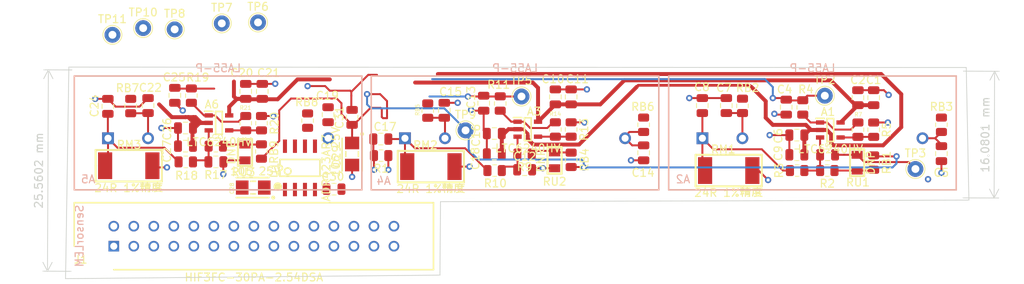
<source format=kicad_pcb>
(kicad_pcb (version 20221018) (generator pcbnew)
  (layers (0 "F.Cu" signal) (1 "In1.Cu" signal) (2 "In2.Cu" signal) (31 "B.Cu" signal) (34 "B.Paste" user) (35 "F.Paste" user) (36 "B.SilkS" user "B.Silkscreen") (37 "F.SilkS" user "F.Silkscreen") (38 "B.Mask" user) (39 "F.Mask" user) (44 "Edge.Cuts" user))
  (net 0 "")
  (net 1 "A+5V")
  (net 2 "Net-(A1--IN)")
  (net 3 "Net-(A1-+IN)")
  (net 4 "A-5V")
  (net 5 "Net-(A1-out)")
  (net 6 "Net-(A2-POS)")
  (net 7 "Net-(A2-NEG)")
  (net 8 "/CSO1")
  (net 9 "Net-(A3--IN)")
  (net 10 "Net-(A3-+IN)")
  (net 11 "Net-(A3-out)")
  (net 12 "Net-(A4-POS)")
  (net 13 "Net-(A4-NEG)")
  (net 14 "/CSO2")
  (net 15 "Net-(A5-POS)")
  (net 16 "Net-(A5-NEG)")
  (net 17 "/CSO3")
  (net 18 "Net-(A6--IN)")
  (net 19 "Net-(A6-+IN)")
  (net 20 "Net-(A6-out)")
  (net 21 "AGND")
  (net 22 "/VSO1")
  (net 23 "12VGND")
  (net 24 "/VSO2")
  (net 25 "/VSO3")
  (net 26 "REF_3V")
  (net 27 "+12")
  (net 28 "-12")
  (net 29 "Net-(R2-Pad1)")
  (net 30 "Net-(R9-Pad1)")
  (net 31 "Net-(R17-Pad1)")
  (footprint "TestPoint:TestPoint_THTPad_D2.0mm_Drill1.0mm" (layer "F.Cu") (at 154.15 98.34)
    (fp_text reference "TP9")
    (fp_text value "TP-黄色测试点")
  )
  (footprint "Capacitor_SMD:C_0805_2012Metric" (layer "F.Cu") (at 187.25 95.19 90)
    (fp_text reference "C7")
    (fp_text value "47nf")
  )
  (footprint "Capacitor_SMD:C_0805_2012Metric" (layer "F.Cu") (at 194.85 95.39 90)
    (fp_text reference "C4")
    (fp_text value "103")
  )
  (footprint "Resistor_SMD:R_0805_2012Metric" (layer "F.Cu") (at 167.55 102.0775 90)
    (fp_text reference "RB4")
    (fp_text value "0R")
  )
  (footprint "Resistor_SMD:R_0805_2012Metric" (layer "F.Cu") (at 119.35 93.9275 -90)
    (fp_text reference "R19")
    (fp_text value "470R")
  )
  (footprint "Resistor_SMD:R_0805_2012Metric" (layer "F.Cu") (at 128.25 97.4275 -90)
    (fp_text reference "R20")
    (fp_text value "20k")
  )
  (footprint "Capacitor_SMD:C_0805_2012Metric" (layer "F.Cu") (at 126.25 93.39 -90)
    (fp_text reference "C20")
    (fp_text value "105")
  )
  (footprint "Resistor_SMD:R_0805_2012Metric" (layer "F.Cu") (at 128.24 101.0225 90)
    (fp_text reference "RB9")
    (fp_text value "0R")
  )
  (footprint "Resistor_SMD:R_0805_2012Metric" (layer "F.Cu") (at 158.55 94.9275 -90)
    (fp_text reference "R11")
    (fp_text value "470R")
  )
  (footprint "Capacitor_SMD:C_0805_2012Metric" (layer "F.Cu") (at 136.7 96.35 -90)
    (fp_text reference "C19")
    (fp_text value "47nf")
  )
  (footprint "Capacitor_SMD:C_0805_2012Metric" (layer "F.Cu") (at 200.1 101.44)
    (fp_text reference "C3")
    (fp_text value "101")
  )
  (footprint "TestPoint:TestPoint_THTPad_D2.0mm_Drill1.0mm" (layer "F.Cu") (at 161.25 94.04)
    (fp_text reference "TP5")
    (fp_text value "TP-黄色测试点")
  )
  (footprint "Oshinoko:1206 (钽电容)" (layer "F.Cu") (at 128.6 105.6 180)
    (fp_text reference "C28")
    (fp_text value "106 25V")
  )
  (footprint "Resistor_SMD:R_0805_2012Metric" (layer "F.Cu") (at 111.65 95.2525 90)
    (fp_text reference "RB7")
    (fp_text value "0R")
  )
  (footprint "Capacitor_SMD:C_0805_2012Metric" (layer "F.Cu") (at 165.55 94.09 -90)
    (fp_text reference "C10")
    (fp_text value "105")
  )
  (footprint "Capacitor_SMD:C_0805_2012Metric" (layer "F.Cu") (at 137.45 105.8 180)
    (fp_text reference "C30")
    (fp_text value "104")
  )
  (footprint "TestPoint:TestPoint_THTPad_D2.0mm_Drill1.0mm" (layer "F.Cu") (at 199.75 93.94)
    (fp_text reference "TP2")
    (fp_text value "TP-黄色测试点")
  )
  (footprint "Capacitor_SMD:C_0805_2012Metric" (layer "F.Cu") (at 118.6 98.04)
    (fp_text reference "C26")
    (fp_text value "103")
  )
  (footprint "Resistor_SMD:R_0805_2012Metric" (layer "F.Cu") (at 214.55 97.6275 -90)
    (fp_text reference "RB3")
    (fp_text value "0R")
  )
  (footprint "Oshinoko:SOT95P280X100-5N" (layer "F.Cu") (at 162.05 98.19)
    (fp_text reference "A3")
    (fp_text value "LTC6240HV")
  )
  (footprint "Resistor_SMD:R_0805_2012Metric" (layer "F.Cu") (at 143.4375 101.54 180)
    (fp_text reference "R1")
    (fp_text value "DNP")
  )
  (footprint "Resistor_SMD:R_0805_2012Metric" (layer "F.Cu") (at 167.55 98.2275 -90)
    (fp_text reference "R13")
    (fp_text value "20k")
  )
  (footprint "Capacitor_SMD:C_0805_2012Metric" (layer "F.Cu") (at 196.2 98.94)
    (fp_text reference "C6")
    (fp_text value "103")
  )
  (footprint "Capacitor_SMD:C_0805_2012Metric" (layer "F.Cu") (at 128.35 93.39 -90)
    (fp_text reference "C21")
    (fp_text value "103")
  )
  (footprint "Capacitor_SMD:C_0805_2012Metric" (layer "F.Cu") (at 161.65 103.34)
    (fp_text reference "C12")
    (fp_text value "101")
  )
  (footprint "Capacitor_SMD:C_0805_2012Metric" (layer "F.Cu") (at 157.8 101.34)
    (fp_text reference "C18")
    (fp_text value "105")
  )
  (footprint "TestPoint:TestPoint_THTPad_D2.0mm_Drill1.0mm" (layer "F.Cu") (at 109.33 86.21)
    (fp_text reference "TP11")
    (fp_text value "TP-黄色测试点")
  )
  (footprint "Resistor_SMD:R_0805_2012Metric" (layer "F.Cu") (at 196.95 95.4275 -90)
    (fp_text reference "R4")
    (fp_text value "470R")
  )
  (footprint "Oshinoko:1206 (钽电容)" (layer "F.Cu") (at 139.75 99.94 -90)
    (fp_text reference "C29")
    (fp_text value "106 25V")
  )
  (footprint "Capacitor_SMD:C_0805_2012Metric" (layer "F.Cu") (at 151.45 95.79 90)
    (fp_text reference "C15")
    (fp_text value "47nf")
  )
  (footprint "Capacitor_SMD:C_0805_2012Metric" (layer "F.Cu") (at 203.95 94.19 -90)
    (fp_text reference "C2")
    (fp_text value "103")
  )
  (footprint "Resistor_SMD:R_0805_2012Metric" (layer "F.Cu") (at 157.8375 103.44)
    (fp_text reference "R10")
    (fp_text value "10k")
  )
  (footprint "Resistor_SMD:R_0805_2012Metric" (layer "F.Cu") (at 200.0625 103.44 180)
    (fp_text reference "R2")
    (fp_text value "20k")
  )
  (footprint "Resistor_SMD:R_0805_2012Metric" (layer "F.Cu") (at 176.75 97.6275 -90)
    (fp_text reference "RB6")
    (fp_text value "0R")
  )
  (footprint "Oshinoko:0805" (layer "F.Cu") (at 165.45 102.14 -90)
    (fp_text reference "RU2")
    (fp_text value "DNP")
  )
  (footprint "TestPoint:TestPoint_THTPad_D2.0mm_Drill1.0mm" (layer "F.Cu") (at 211.25 103.24)
    (fp_text reference "TP3")
    (fp_text value "TP-黄色测试点")
  )
  (footprint "Capacitor_SMD:C_0805_2012Metric" (layer "F.Cu") (at 139.75 96.69 -90)
    (fp_text reference "C31")
    (fp_text value "104")
  )
  (footprint "Capacitor_SMD:C_0805_2012Metric" (layer "F.Cu") (at 122.46 102.34)
    (fp_text reference "C23")
    (fp_text value "101")
  )
  (footprint "TestPoint:TestPoint_THTPad_D2.0mm_Drill1.0mm" (layer "F.Cu") (at 127.81 84.64)
    (fp_text reference "TP6")
    (fp_text value "TP-黄色测试点")
  )
  (footprint "Oshinoko:SOT95P280X100-5N" (layer "F.Cu") (at 200.45 98.29)
    (fp_text reference "A1")
    (fp_text value "LTC6240HV")
  )
  (footprint "Resistor_SMD:R_0805_2012Metric" (layer "F.Cu") (at 126.25 97.4275 -90)
    (fp_text reference "R21")
    (fp_text value "10k")
  )
  (footprint "Oshinoko:2512" (layer "F.Cu") (at 149.6534 102.6164)
    (fp_text reference "RM2")
    (fp_text value "24R 1%精度")
  )
  (footprint "Capacitor_SMD:C_0805_2012Metric" (layer "F.Cu") (at 184.2 95.19 90)
    (fp_text reference "C8")
    (fp_text value "4.7uF")
  )
  (footprint "Capacitor_SMD:C_0805_2012Metric" (layer "F.Cu") (at 167.55 94.09 -90)
    (fp_text reference "C11")
    (fp_text value "103")
  )
  (footprint "Oshinoko:0805" (layer "F.Cu") (at 126.15 101.14 -90)
    (fp_text reference "RU3")
    (fp_text value "DNP")
  )
  (footprint "Resistor_SMD:R_0805_2012Metric" (layer "F.Cu") (at 205.95 102.4275 -90)
    (fp_text reference "RB1")
    (fp_text value "0R")
  )
  (footprint "Resistor_SMD:R_0805_2012Metric" (layer "F.Cu") (at 165.55 98.2275 -90)
    (fp_text reference "R14")
    (fp_text value "10k")
  )
  (footprint "Capacitor_SMD:C_0805_2012Metric" (layer "F.Cu") (at 196.2 101.44)
    (fp_text reference "C9")
    (fp_text value "105")
  )
  (footprint "Oshinoko:0805" (layer "F.Cu") (at 203.85 102.44 90)
    (fp_text reference "RU1")
    (fp_text value "DNP")
  )
  (footprint "Oshinoko:SOT95P280X100-5N" (layer "F.Cu") (at 122.85 97.39)
    (fp_text reference "A6")
    (fp_text value "LTC6240HV")
  )
  (footprint "Resistor_SMD:R_0805_2012Metric" (layer "F.Cu") (at 205.95 98.2525 -90)
    (fp_text reference "R5")
    (fp_text value "20k")
  )
  (footprint "TestPoint:TestPoint_THTPad_D2.0mm_Drill1.0mm" (layer "F.Cu") (at 123.21 84.76)
    (fp_text reference "TP7")
    (fp_text value "TP-黄色测试点")
  )
  (footprint "Resistor_SMD:R_0805_2012Metric" (layer "F.Cu") (at 118.6375 102.34)
    (fp_text reference "R18")
    (fp_text value "10k")
  )
  (footprint "Capacitor_SMD:C_0805_2012Metric" (layer "F.Cu") (at 214.55 101.29 90)
    (fp_text reference "C5")
    (fp_text value "47nf")
  )
  (footprint "Resistor_SMD:R_0805_2012Metric" (layer "F.Cu") (at 134.1 97.1 -90)
    (fp_text reference "RB8")
    (fp_text value "0R")
  )
  (footprint "Resistor_SMD:R_0805_2012Metric" (layer "F.Cu") (at 196.2375 103.44)
    (fp_text reference "R3")
    (fp_text value "10k")
  )
  (footprint "Capacitor_SMD:C_0805_2012Metric" (layer "F.Cu") (at 156.45 94.89 90)
    (fp_text reference "C13")
    (fp_text value "103")
  )
  (footprint "Oshinoko:2512" (layer "F.Cu") (at 187.4534 103.1164)
    (fp_text reference "RM1")
    (fp_text value "24R 1%精度")
  )
  (footprint "Capacitor_SMD:C_0805_2012Metric" (layer "F.Cu") (at 157.8 98.74)
    (fp_text reference "C16")
    (fp_text value "103")
  )
  (footprint "Resistor_SMD:R_0805_2012Metric" (layer "F.Cu") (at 122.45 100.34 180)
    (fp_text reference "R17")
    (fp_text value "20k")
  )
  (footprint "Oshinoko:2512" (layer "F.Cu") (at 111.3034 102.5064)
    (fp_text reference "RM3")
    (fp_text value "24R 1%精度")
  )
  (footprint "Oshinoko:SOIC-8" (layer "F.Cu") (at 131.225745 105.85 90)
    (fp_text reference "U1")
    (fp_text value "ADR423ARZ")
  )
  (footprint "Resistor_SMD:R_0805_2012Metric" (layer "F.Cu") (at 203.95 98.2525 -90)
    (fp_text reference "R7")
    (fp_text value "10k")
  )
  (footprint "Capacitor_SMD:C_0805_2012Metric" (layer "F.Cu") (at 143.4 99.44 180)
    (fp_text reference "C17")
    (fp_text value "4.7uF")
  )
  (footprint "Resistor_SMD:R_0805_2012Metric" (layer "F.Cu") (at 161.6375 101.34 180)
    (fp_text reference "R9")
    (fp_text value "20k")
  )
  (footprint "Capacitor_SMD:C_0805_2012Metric" (layer "F.Cu") (at 176.75 101.19 90)
    (fp_text reference "C14")
    (fp_text value "47nf")
  )
  (footprint "Capacitor_SMD:C_0805_2012Metric" (layer "F.Cu") (at 113.85 95.19 90)
    (fp_text reference "C22")
    (fp_text value "47nf")
  )
  (footprint "Resistor_SMD:R_0805_2012Metric" (layer "F.Cu") (at 149.35 95.8275 90)
    (fp_text reference "RB5")
    (fp_text value "0R")
  )
  (footprint "TestPoint:TestPoint_THTPad_D2.0mm_Drill1.0mm" (layer "F.Cu") (at 113.23 85.36)
    (fp_text reference "TP10")
    (fp_text value "TP-黄色测试点")
  )
  (footprint "Capacitor_SMD:C_0805_2012Metric" (layer "F.Cu") (at 205.95 94.19 -90)
    (fp_text reference "C1")
    (fp_text value "105")
  )
  (footprint "Capacitor_SMD:C_0805_2012Metric" (layer "F.Cu") (at 117.25 93.89 90)
    (fp_text reference "C25")
    (fp_text value "103")
  )
  (footprint "Capacitor_SMD:C_0805_2012Metric" (layer "F.Cu") (at 118.6 100.34)
    (fp_text reference "C27")
    (fp_text value "105")
  )
  (footprint "Resistor_SMD:R_0805_2012Metric" (layer "F.Cu") (at 189.3 95.2275 90)
    (fp_text reference "RB2")
    (fp_text value "0R")
  )
  (footprint "TestPoint:TestPoint_THTPad_D2.0mm_Drill1.0mm" (layer "F.Cu") (at 117.23 85.52)
    (fp_text reference "TP8")
    (fp_text value "TP-黄色测试点")
  )
  (footprint "Capacitor_SMD:C_0805_2012Metric" (layer "F.Cu") (at 108.75 95.29 90)
    (fp_text reference "C24")
    (fp_text value "4.7uF")
  )
  (footprint "Oshinoko:SHDR30W50P254_2X15_4560X850X1200P" (layer "F.Cu") (at 109.5 113.04)
    (fp_text reference "J1")
    (fp_text value "HIF3FC-30PA-2.54DSA")
  )
  (footprint "Oshinoko:XDCR_LA55-P" (layer "B.Cu") (at 160.43 98.665)
    (fp_text reference "A4")
    (fp_text value "LA55-P")
  )
  (footprint "Oshinoko:XDCR_LA55-P" (layer "B.Cu") (at 122.74 98.665)
    (fp_text reference "A5")
    (fp_text value "LA55-P")
  )
  (footprint "Oshinoko:XDCR_LA55-P" (layer "B.Cu") (at 198.18 98.665)
    (fp_text reference "A2")
    (fp_text value "LA55-P")
  )
  (gr_line (start 103.38 117.16) (end 103.8 90.31) (stroke (width 0.1)) (layer "Edge.Cuts"))
  (gr_line (start 217.7 90.36) (end 218.04 107.19) (stroke (width 0.1)) (layer "Edge.Cuts"))
  (gr_line (start 103.8 90.31) (end 217.7 90.36) (stroke (width 0.1)) (layer "Edge.Cuts"))
  (gr_line (start 218.04 107.19) (end 150.97 107.39) (stroke (width 0.1)) (layer "Edge.Cuts"))
  (gr_line (start 150.97 107.39) (end 150.9 116.71) (stroke (width 0.1)) (layer "Edge.Cuts"))
  (gr_line (start 150.9 116.71) (end 103.38 117.16) (stroke (width 0.1)) (layer "Edge.Cuts"))
  (gr_text "SensorLEM" (at 105.73 107.69 90) (layer "B.SilkS") (effects (font (size 1 1)) (justify left bottom mirror)))
  (dimension (type aligned) (layer "Edge.Cuts") (pts (xy 104.58 116.23) (xy 104.69 90.67)) (height -3.491656) (gr_text "25.5602 mm" (at 99.993387 103.430024 89.75342344) (layer "Edge.Cuts") (effects (font (size 1 1) (thickness 0.15)))) (format (prefix "") (suffix "") (units 3) (units_format 1) (precision 4)) (style (thickness 0.1) (arrow_length 1.27) (text_position_mode 0) (extension_height 0.58642) (extension_offset 0.5) keep_text_aligned))
  (dimension (type aligned) (layer "Edge.Cuts") (pts (xy 216.844032 90.823373) (xy 216.784032 106.903373)) (height -4.455999) (gr_text "16.0801 mm" (at 220.120008 98.875709 89.78621077) (layer "Edge.Cuts") (effects (font (size 1 1) (thickness 0.15)))) (format (prefix "") (suffix "") (units 3) (units_format 1) (precision 4)) (style (thickness 0.1) (arrow_length 1.27) (text_position_mode 0) (extension_height 0.58642) (extension_offset 0.5) keep_text_aligned))
  (segment (start 174.3 91.99) (end 200.5 91.99) (width 0.5) (layer "F.Cu") (net 1))
  (segment (start 163.35 92.94) (end 163.35 97.24) (width 0.5) (layer "F.Cu") (net 1))
  (segment (start 132.82 91.87) (end 136.92 91.87) (width 0.5) (layer "F.Cu") (net 1))
  (segment (start 167.55 95.04) (end 171.25 95.04) (width 0.5) (layer "F.Cu") (net 1))
  (segment (start 126.26 94.39) (end 130.3 94.39) (width 0.5) (layer "F.Cu") (net 1))
  (segment (start 147.749255 92.27) (end 162.68 92.27) (width 0.5) (layer "F.Cu") (net 1))
  (segment (start 130.3 94.39) (end 132.82 91.87) (width 0.5) (layer "F.Cu") (net 1))
  (segment (start 124.15 96.44) (end 124.15 95.34) (width 0.5) (layer "F.Cu") (net 1))
  (segment (start 203.8 95.29) (end 201.75 97.34) (width 0.5) (layer "F.Cu") (net 1))
  (segment (start 162.68 92.27) (end 163.35 92.94) (width 0.5) (layer "F.Cu") (net 1))
  (segment (start 125.15 94.34) (end 126.25 94.34) (width 0.5) (layer "F.Cu") (net 1))
  (segment (start 125.05 94.34) (end 126.25 94.34) (width 0.5) (layer "F.Cu") (net 1))
  (segment (start 203.95 95.14) (end 205.95 95.14) (width 0.5) (layer "F.Cu") (net 1))
  (segment (start 200.5 91.99) (end 203.8 95.29) (width 0.5) (layer "F.Cu") (net 1))
  (segment (start 165.55 95.04) (end 167.55 95.04) (width 0.5) (layer "F.Cu") (net 1))
  (segment (start 124.15 95.34) (end 125.15 94.34) (width 0.5) (layer "F.Cu") (net 1))
  (segment (start 171.25 95.04) (end 174.3 91.99) (width 0.5) (layer "F.Cu") (net 1))
  (segment (start 124.75 92.14) (end 124.75 94.04) (width 0.5) (layer "F.Cu") (net 1))
  (segment (start 124.75 94.04) (end 125.05 94.34) (width 0.5) (layer "F.Cu") (net 1))
  (segment (start 165.55 95.04) (end 163.35 97.24) (width 0.5) (layer "F.Cu") (net 1))
  (segment (start 201.75 99.24) (end 203.875 99.24) (width 0.25) (layer "F.Cu") (net 2))
  (segment (start 203.875 99.24) (end 203.95 99.165) (width 0.25) (layer "F.Cu") (net 2))
  (segment (start 203.95 99.165) (end 205.95 99.165) (width 0.25) (layer "F.Cu") (net 2))
  (segment (start 199.15 99.24) (end 199.15 101.44) (width 0.25) (layer "F.Cu") (net 3))
  (segment (start 199.15 101.44) (end 199.15 103.44) (width 0.25) (layer "F.Cu") (net 3))
  (segment (start 197.15 103.44) (end 199.15 103.44) (width 0.25) (layer "F.Cu") (net 3))
  (segment (start 119.61 97.98) (end 119.55 98.04) (width 0.5) (layer "F.Cu") (net 4))
  (segment (start 209.45 93.74) (end 209.45 97.94) (width 0.5) (layer "F.Cu") (net 4))
  (segment (start 150.633466 91.19) (end 206.9 91.19) (width 0.5) (layer "F.Cu") (net 4))
  (segment (start 121.55 97.39) (end 120.4 97.39) (width 0.5) (layer "F.Cu") (net 4))
  (segment (start 176.035 92.655) (end 175.875 92.815) (width 0.25) (layer "F.Cu") (net 4))
  (segment (start 199.15 98.29) (end 197.8 98.29) (width 0.5) (layer "F.Cu") (net 4))
  (segment (start 200 98.29) (end 199.15 98.29) (width 0.5) (layer "F.Cu") (net 4))
  (segment (start 118.607582 96.66) (end 118.96 96.66) (width 0.5) (layer "F.Cu") (net 4))
  (segment (start 160.75 98.19) (end 159.6 98.19) (width 0.5) (layer "F.Cu") (net 4))
  (segment (start 120.4 97.39) (end 120.335 97.455) (width 0.5) (layer "F.Cu") (net 4))
  (segment (start 119.61 97.16) (end 119.61 97.98) (width 0.5) (layer "F.Cu") (net 4))
  (segment (start 162.75 100.14) (end 162.05 99.44) (width 0.5) (layer "F.Cu") (net 4))
  (segment (start 207.15 100.24) (end 200.85 100.24) (width 0.5) (layer "F.Cu") (net 4))
  (segment (start 162.05 98.76) (end 161.48 98.19) (width 0.4) (layer "F.Cu") (net 4))
  (segment (start 206.9 91.19) (end 209.45 93.74) (width 0.5) (layer "F.Cu") (net 4))
  (segment (start 192.25 94.64) (end 190.425 92.815) (width 0.5) (layer "F.Cu") (net 4))
  (segment (start 198 98.29) (end 197.35 97.64) (width 0.5) (layer "F.Cu") (net 4))
  (segment (start 116.8755 96.6655) (end 118.602082 96.6655) (width 0.5) (layer "F.Cu") (net 4))
  (segment (start 158.75 98.74) (end 158.75 101.34) (width 0.5) (layer "F.Cu") (net 4))
  (segment (start 119.61 96.66) (end 119.61 97.16) (width 0.5) (layer "F.Cu") (net 4))
  (segment (start 190.225 92.615) (end 176.075 92.615) (width 0.35) (layer "F.Cu") (net 4))
  (segment (start 119.61 96.66) (end 119.87 96.66) (width 0.5) (layer "F.Cu") (net 4))
  (segment (start 197.35 97.64) (end 193.15 97.64) (width 0.5) (layer "F.Cu") (net 4))
  (segment (start 115.25 95.04) (end 116.8755 96.6655) (width 0.5) (layer "F.Cu") (net 4))
  (segment (start 119.49 98.3) (end 119.49 100.28) (width 0.5) (layer "F.Cu") (net 4))
  (segment (start 119.55 98.04) (end 119.55 97.25) (width 0.5) (layer "F.Cu") (net 4))
  (segment (start 118.602082 96.6655) (end 118.607582 96.66) (width 0.5) (layer "F.Cu") (net 4))
  (segment (start 168.55 100.14) (end 162.75 100.14) (width 0.5) (layer "F.Cu") (net 4))
  (segment (start 159.6 98.19) (end 159.05 98.74) (width 0.5) (layer "F.Cu") (net 4))
  (segment (start 162.05 99.44) (end 162.05 98.99) (width 0.5) (layer "F.Cu") (net 4))
  (segment (start 200.55 98.84) (end 200 98.29) (width 0.5) (layer "F.Cu") (net 4))
  (segment (start 200.55 99.94) (end 200.55 98.84) (width 0.5) (layer "F.Cu") (net 4))
  (segment (start 200.85 100.24) (end 200.55 99.94) (width 0.5) (layer "F.Cu") (net 4))
  (segment (start 119.49 100.28) (end 119.55 100.34) (width 0.5) (layer "F.Cu") (net 4))
  (segment (start 161.25 98.19) (end 160.75 98.19) (width 0.5) (layer "F.Cu") (net 4))
  (segment (start 197.8 98.29) (end 197.15 98.94) (width 0.5) (layer "F.Cu") (net 4))
  (segment (start 120.04 97.16) (end 120.335 97.455) (width 0.5) (layer "F.Cu") (net 4))
  (segment (start 162.05 98.99) (end 162.05 98.76) (width 0.4) (layer "F.Cu") (net 4))
  (segment (start 119.55 97.25) (end 118.96 96.66) (width 0.5) (layer "F.Cu") (net 4))
  (segment (start 193.15 97.64) (end 192.25 96.74) (width 0.5) (layer "F.Cu") (net 4))
  (segment (start 118.96 96.66) (end 119.61 96.66) (width 0.5) (layer "F.Cu") (net 4))
  (segment (start 190.265 92.655) (end 190.225 92.615) (width 0.35) (layer "F.Cu") (net 4))
  (segment (start 120.6 97.39) (end 121.55 97.39) (width 0.5) (layer "F.Cu") (net 4))
  (segment (start 192.25 96.74) (end 192.25 94.64) (width 0.5) (layer "F.Cu") (net 4))
  (segment (start 161.48 98.19) (end 161.25 98.19) (width 0.4) (layer "F.Cu") (net 4))
  (segment (start 119.61 97.16) (end 120.04 97.16) (width 0.5) (layer "F.Cu") (net 4))
  (segment (start 190.425 92.815) (end 190.265 92.655) (width 0.25) (layer "F.Cu") (net 4))
  (segment (start 175.875 92.815) (end 168.55 100.14) (width 0.5) (layer "F.Cu") (net 4))
  (segment (start 199.15 98.29) (end 198 98.29) (width 0.5) (layer "F.Cu") (net 4))
  (segment (start 119.87 96.66) (end 120.6 97.39) (width 0.5) (layer "F.Cu") (net 4))
  (segment (start 176.075 92.615) (end 176.035 92.655) (width 0.35) (layer "F.Cu") (net 4))
  (segment (start 209.45 97.94) (end 207.15 100.24) (width 0.5) (layer "F.Cu") (net 4))
  (segment (start 197.15 98.94) (end 197.15 101.44) (width 0.5) (layer "F.Cu") (net 4))
  (segment (start 120.335 97.455) (end 119.49 98.3) (width 0.5) (layer "F.Cu") (net 4))
  (segment (start 203.05 98.24) (end 203.95 97.34) (width 0.25) (layer "F.Cu") (net 5))
  (segment (start 199.15 97.34) (end 200.05 97.34) (width 0.25) (layer "F.Cu") (net 5))
  (segment (start 200.05 97.34) (end 200.95 98.24) (width 0.25) (layer "F.Cu") (net 5))
  (segment (start 199.15 97.34) (end 197.95 97.34) (width 0.25) (layer "F.Cu") (net 5))
  (segment (start 200.95 98.24) (end 203.05 98.24) (width 0.25) (layer "F.Cu") (net 5))
  (segment (start 197.95 97.34) (end 196.95 96.34) (width 0.25) (layer "F.Cu") (net 5))
  (segment (start 213.75 99.34) (end 212.15 99.34) (width 0.25) (layer "F.Cu") (net 6))
  (segment (start 214.55 98.54) (end 213.75 99.34) (width 0.25) (layer "F.Cu") (net 6))
  (segment (start 214.55 100.34) (end 214.55 100.14) (width 0.25) (layer "F.Cu") (net 6))
  (segment (start 214.55 100.14) (end 213.75 99.34) (width 0.25) (layer "F.Cu") (net 6))
  (segment (start 187.25 96.14) (end 189.3 96.14) (width 0.25) (layer "F.Cu") (net 7))
  (segment (start 189.3 96.14) (end 189.29 96.15) (width 0.25) (layer "F.Cu") (net 7))
  (segment (start 189.29 96.15) (end 189.29 99.34) (width 0.25) (layer "F.Cu") (net 7))
  (segment (start 194.45 103.44) (end 195.325 103.44) (width 0.25) (layer "F.Cu") (net 8))
  (segment (start 184.21 99.34) (end 185.61 100.74) (width 0.25) (layer "F.Cu") (net 8))
  (segment (start 191.75 100.74) (end 194.45 103.44) (width 0.25) (layer "F.Cu") (net 8))
  (segment (start 184.2 96.14) (end 184.21 96.15) (width 0.25) (layer "F.Cu") (net 8))
  (segment (start 185.61 100.74) (end 191.75 100.74) (width 0.25) (layer "F.Cu") (net 8))
  (segment (start 184.21 103.1) (end 184.55 103.44) (width 0.25) (layer "F.Cu") (net 8))
  (segment (start 184.21 99.34) (end 184.21 103.1) (width 0.25) (layer "F.Cu") (net 8))
  (segment (start 184.21 96.15) (end 184.21 99.34) (width 0.25) (layer "F.Cu") (net 8))
  (segment (start 163.35 99.14) (end 167.55 99.14) (width 0.25) (layer "F.Cu") (net 9))
  (segment (start 160.75 99.14) (end 160.75 102.915) (width 0.25) (layer "F.Cu") (net 10))
  (segment (start 159.05 102.94) (end 160.725 102.94) (width 0.25) (layer "F.Cu") (net 10))
  (segment (start 160.75 102.915) (end 160.725 102.94) (width 0.25) (layer "F.Cu") (net 10))
  (segment (start 161.55 97.24) (end 162.35 98.04) (width 0.25) (layer "F.Cu") (net 11))
  (segment (start 164.525 98.04) (end 165.25 97.315) (width 0.25) (layer "F.Cu") (net 11))
  (segment (start 159.95 97.24) (end 158.55 95.84) (width 0.25) (layer "F.Cu") (net 11))
  (segment (start 160.75 97.24) (end 159.95 97.24) (width 0.25) (layer "F.Cu") (net 11))
  (segment (start 160.75 97.24) (end 161.55 97.24) (width 0.25) (layer "F.Cu") (net 11))
  (segment (start 162.35 98.04) (end 164.525 98.04) (width 0.25) (layer "F.Cu") (net 11))
  (segment (start 176.75 100.24) (end 175.3 100.24) (width 0.25) (layer "F.Cu") (net 12))
  (segment (start 174.95 98.54) (end 176.75 98.54) (width 0.25) (layer "F.Cu") (net 12))
  (segment (start 174.4 99.34) (end 174.4 99.09) (width 0.25) (layer "F.Cu") (net 12))
  (segment (start 175.3 100.24) (end 174.4 99.34) (width 0.25) (layer "F.Cu") (net 12))
  (segment (start 174.4 99.09) (end 174.95 98.54) (width 0.25) (layer "F.Cu") (net 12))
  (segment (start 151.54 96.85) (end 151.65 96.74) (width 0.25) (layer "F.Cu") (net 13))
  (segment (start 151.65 96.74) (end 149.65 96.74) (width 0.25) (layer "F.Cu") (net 13))
  (segment (start 151.54 99.34) (end 151.54 96.85) (width 0.25) (layer "F.Cu") (net 13))
  (segment (start 151.65 99.23) (end 151.54 99.34) (width 0.25) (layer "F.Cu") (net 13))
  (segment (start 146.46 99.34) (end 147.73 100.61) (width 0.25) (layer "F.Cu") (net 14))
  (segment (start 154.095 100.61) (end 156.925 103.44) (width 0.25) (layer "F.Cu") (net 14))
  (segment (start 146.46 103.15) (end 146.75 103.44) (width 0.25) (layer "F.Cu") (net 14))
  (segment (start 146.36 99.44) (end 146.46 99.34) (width 0.25) (layer "F.Cu") (net 14))
  (segment (start 146.46 99.34) (end 146.46 103.15) (width 0.25) (layer "F.Cu") (net 14))
  (segment (start 144.15 99.44) (end 146.36 99.44) (width 0.25) (layer "F.Cu") (net 14))
  (segment (start 147.73 100.61) (end 154.095 100.61) (width 0.25) (layer "F.Cu") (net 14))
  (segment (start 113.825 96.165) (end 113.85 96.14) (width 0.25) (layer "F.Cu") (net 16))
  (segment (start 111.65 96.165) (end 113.825 96.165) (width 0.25) (layer "F.Cu") (net 16))
  (segment (start 113.85 96.14) (end 113.85 99.34) (width 0.25) (layer "F.Cu") (net 16))
  (segment (start 108.77 99.34) (end 108.77 102.62) (width 0.25) (layer "F.Cu") (net 17))
  (segment (start 108.75 99.32) (end 108.77 99.34) (width 0.25) (layer "F.Cu") (net 17))
  (segment (start 108.77 102.62) (end 108.35 103.04) (width 0.25) (layer "F.Cu") (net 17))
  (segment (start 118.025 102.04) (end 118.025 101.94) (width 0.25) (layer "F.Cu") (net 17))
  (segment (start 109.97 100.54) (end 115.925 100.54) (width 0.25) (layer "F.Cu") (net 17))
  (segment (start 108.77 99.34) (end 109.97 100.54) (width 0.25) (layer "F.Cu") (net 17))
  (segment (start 108.75 96.24) (end 108.75 99.32) (width 0.25) (layer "F.Cu") (net 17))
  (segment (start 115.925 100.54) (end 117.725 102.34) (width 0.25) (layer "F.Cu") (net 17))
  (segment (start 124.15 98.34) (end 126.05 98.34) (width 0.25) (layer "F.Cu") (net 18))
  (segment (start 126.05 98.34) (end 128.05 98.34) (width 0.25) (layer "F.Cu") (net 18))
  (segment (start 121.55 100.1275) (end 121.5375 100.14) (width 0.25) (layer "F.Cu") (net 19))
  (segment (start 119.75 102.14) (end 119.55 102.34) (width 0.25) (layer "F.Cu") (net 19))
  (segment (start 121.55 102.14) (end 119.75 102.14) (width 0.25) (layer "F.Cu") (net 19))
  (segment (start 121.5375 102.1275) (end 121.55 102.14) (width 0.25) (layer "F.Cu") (net 19))
  (segment (start 121.55 98.34) (end 121.55 100.1275) (width 0.25) (layer "F.Cu") (net 19))
  (segment (start 121.5375 100.14) (end 121.5375 102.1275) (width 0.25) (layer "F.Cu") (net 19))
  (segment (start 122.35 96.44) (end 122.95 97.04) (width 0.25) (layer "F.Cu") (net 20))
  (segment (start 121.55 96.44) (end 122.35 96.44) (width 0.25) (layer "F.Cu") (net 20))
  (segment (start 122.95 97.04) (end 123.15 97.24) (width 0.25) (layer "F.Cu") (net 20))
  (segment (start 123.15 97.24) (end 125.325 97.24) (width 0.25) (layer "F.Cu") (net 20))
  (segment (start 120.95 96.44) (end 119.35 94.84) (width 0.25) (layer "F.Cu") (net 20))
  (segment (start 121.55 96.44) (end 120.95 96.44) (width 0.25) (layer "F.Cu") (net 20))
  (segment (start 125.325 97.24) (end 126.05 96.515) (width 0.25) (layer "F.Cu") (net 20))
  (segment (start 136.91 93.3) (end 139.51 93.3) (width 0.25) (layer "F.Cu") (net 21))
  (segment (start 194.85 96.34) (end 193.45 96.34) (width 0.25) (layer "F.Cu") (net 21))
  (segment (start 117.65 100.34) (end 117.55 100.24) (width 0.25) (layer "F.Cu") (net 21))
  (segment (start 156.75 98.34) (end 157.15 98.74) (width 0.25) (layer "F.Cu") (net 21))
  (segment (start 195.25 98.94) (end 192.75 98.94) (width 0.25) (layer "F.Cu") (net 21))
  (segment (start 156.85 98.74) (end 156.85 101.34) (width 0.25) (layer "F.Cu") (net 21))
  (segment (start 165.55 93.14) (end 167.55 93.14) (width 0.25) (layer "F.Cu") (net 21))
  (segment (start 139.65 93.44) (end 139.65 93.94) (width 0.25) (layer "F.Cu") (net 21))
  (segment (start 165.45 103.14) (end 163.95 103.14) (width 0.25) (layer "F.Cu") (net 21))
  (segment (start 117.65 98.04) (end 117.65 100.34) (width 0.25) (layer "F.Cu") (net 21))
  (segment (start 118.2255 95.8155) (end 117.25 94.84) (width 0.25) (layer "F.Cu") (net 21))
  (segment (start 203.95 93.24) (end 205.95 93.24) (width 0.25) (layer "F.Cu") (net 21))
  (segment (start 129.97 92.44) (end 128.35 92.44) (width 0.25) (layer "F.Cu") (net 21))
  (segment (start 134.1 92.7195) (end 136.3295 92.7195) (width 0.25) (layer "F.Cu") (net 21))
  (segment (start 210.375 102.365) (end 211.25 103.24) (width 0.25) (layer "F.Cu") (net 21))
  (segment (start 123.61 102.14) (end 126.15 102.14) (width 0.25) (layer "F.Cu") (net 21))
  (segment (start 154.95 95.84) (end 154.85 95.74) (width 0.25) (layer "F.Cu") (net 21))
  (segment (start 195.25 98.94) (end 195.25 101.44) (width 0.25) (layer "F.Cu") (net 21))
  (segment (start 205.95 93.24) (end 207.25 93.24) (width 0.25) (layer "F.Cu") (net 21))
  (segment (start 167.55 93.14) (end 169.55 93.14) (width 0.25) (layer "F.Cu") (net 21))
  (segment (start 201.05 101.44) (end 203.85 101.44) (width 0.25) (layer "F.Cu") (net 21))
  (segment (start 207.25 93.24) (end 207.85 93.84) (width 0.25) (layer "F.Cu") (net 21))
  (segment (start 203.85 101.44) (end 204.775 102.365) (width 0.25) (layer "F.Cu") (net 21))
  (segment (start 117.65 98.04) (end 115.55 98.04) (width 0.25) (layer "F.Cu") (net 21))
  (segment (start 139.65 95.64) (end 139.75 95.74) (width 0.25) (layer "F.Cu") (net 21))
  (segment (start 156.45 98.34) (end 156.85 98.74) (width 0.25) (layer "F.Cu") (net 21))
  (segment (start 126.25 92.44) (end 128.35 92.44) (width 0.25) (layer "F.Cu") (net 21))
  (segment (start 123.4 102.35) (end 123.41 102.34) (width 0.25) (layer "F.Cu") (net 21))
  (segment (start 123.4 103.9) (end 123.4 102.35) (width 0.25) (layer "F.Cu") (net 21))
  (segment (start 139.75 102.74) (end 139.75 104.24) (width 0.25) (layer "F.Cu") (net 21))
  (segment (start 162.6 103.34) (end 162.8 103.14) (width 0.25) (layer "F.Cu") (net 21))
  (segment (start 141.8 91.29) (end 139.65 93.44) (width 0.25) (layer "F.Cu") (net 21))
  (segment (start 139.51 93.3) (end 139.65 93.44) (width 0.25) (layer "F.Cu") (net 21))
  (segment (start 156.45 95.84) (end 154.95 95.84) (width 0.25) (layer "F.Cu") (net 21))
  (segment (start 156.45 95.84) (end 156.45 98.34) (width 0.25) (layer "F.Cu") (net 21))
  (segment (start 129.99 92.42) (end 129.97 92.44) (width 0.25) (layer "F.Cu") (net 21))
  (segment (start 162.8 103.14) (end 163.95 103.14) (width 0.25) (layer "F.Cu") (net 21))
  (segment (start 144.35 101.54) (end 144.35 103.34) (width 0.25) (layer "F.Cu") (net 21))
  (segment (start 142.914255 91.29) (end 141.8 91.29) (width 0.25) (layer "F.Cu") (net 21))
  (segment (start 204.775 102.365) (end 210.375 102.365) (width 0.25) (layer "F.Cu") (net 21))
  (segment (start 194.85 98.54) (end 195.25 98.94) (width 0.25) (layer "F.Cu") (net 21))
  (segment (start 139.65 93.94) (end 139.65 95.64) (width 0.25) (layer "F.Cu") (net 21))
  (segment (start 136.3295 92.7195) (end 136.91 93.3) (width 0.25) (layer "F.Cu") (net 21))
  (segment (start 118.25 95.8155) (end 118.2255 95.8155) (width 0.25) (layer "F.Cu") (net 21))
  (segment (start 123.41 102.34) (end 123.61 102.14) (width 0.25) (layer "F.Cu") (net 21))
  (segment (start 193.45 96.34) (end 193.35 96.24) (width 0.25) (layer "F.Cu") (net 21))
  (via (at 134.1 92.7195) (size 0.8) (drill 0.4) (layers "F.Cu" "B.Cu") (net 21))
  (via (at 115.55 98.04) (size 0.8) (drill 0.4) (layers "F.Cu" "B.Cu") (net 21))
  (via (at 212.85 104.54) (size 0.8) (drill 0.4) (layers "F.Cu" "B.Cu") (net 21))
  (via (at 163.95 103.14) (size 0.8) (drill 0.4) (layers "F.Cu" "B.Cu") (net 21))
  (via (at 169.55 93.14) (size 0.8) (drill 0.4) (layers "F.Cu" "B.Cu") (net 21))
  (via (at 193.35 96.24) (size 0.8) (drill 0.4) (layers "F.Cu" "B.Cu") (net 21))
  (via (at 139.75 104.24) (size 0.8) (drill 0.4) (layers "F.Cu" "B.Cu") (net 21))
  (via (at 207.85 93.84) (size 0.8) (drill 0.4) (layers "F.Cu" "B.Cu") (net 21))
  (via (at 154.85 95.74) (size 0.8) (drill 0.4) (layers "F.Cu" "B.Cu") (net 21))
  (via (at 129.99 92.42) (size 0.8) (drill 0.4) (layers "F.Cu" "B.Cu") (net 21))
  (via (at 123.4 103.9) (size 0.8) (drill 0.4) (layers "F.Cu" "B.Cu") (net 21))
  (via (at 144.35 103.34) (size 0.8) (drill 0.4) (layers "F.Cu" "B.Cu") (net 21))
  (via (at 192.75 98.94) (size 0.8) (drill 0.4) (layers "F.Cu" "B.Cu") (net 21))
  (via (at 118.25 95.8155) (size 0.8) (drill 0.4) (layers "F.Cu" "B.Cu") (net 21))
  (segment (start 194.8375 94.54) (end 196.8625 94.54) (width 0.25) (layer "F.Cu") (net 22))
  (segment (start 193.15 94.24) (end 194.65 94.24) (width 0.25) (layer "F.Cu") (net 22))
  (segment (start 194.65 94.24) (end 194.85 94.44) (width 0.25) (layer "F.Cu") (net 22))
  (segment (start 197.525 93.94) (end 199.75 93.94) (width 0.25) (layer "F.Cu") (net 22))
  (segment (start 196.95 94.515) (end 197.525 93.94) (width 0.25) (layer "F.Cu") (net 22))
  (via (at 193.15 94.24) (size 0.8) (drill 0.4) (layers "F.Cu" "B.Cu") (net 22))
  (segment (start 149.91 91.84) (end 192.15 91.84) (width 0.25) (layer "B.Cu") (net 22))
  (segment (start 193.15 92.84) (end 193.15 94.24) (width 0.25) (layer "B.Cu") (net 22))
  (segment (start 192.15 91.84) (end 193.15 92.84) (width 0.25) (layer "B.Cu") (net 22))
  (segment (start 142.45 99.44) (end 142.45 101.465) (width 0.25) (layer "F.Cu") (net 23))
  (segment (start 142.25 101.465) (end 142.325 101.54) (width 0.25) (layer "F.Cu") (net 23))
  (segment (start 142.525 103.315) (end 142.55 103.34) (width 0.25) (layer "F.Cu") (net 23))
  (segment (start 214.55 102.24) (end 214.55 103.74) (width 0.25) (layer "F.Cu") (net 23))
  (segment (start 112.7625 95.3275) (end 113.85 94.24) (width 0.25) (layer "F.Cu") (net 23))
  (segment (start 152.75 102.94) (end 154.65 102.94) (width 0.25) (layer "F.Cu") (net 23))
  (segment (start 205.95 97.34) (end 207.75 97.34) (width 0.25) (layer "F.Cu") (net 23))
  (segment (start 191.35 103.44) (end 192.55 104.64) (width 0.25) (layer "F.Cu") (net 23))
  (segment (start 184.2 94.24) (end 182.55 94.24) (width 0.25) (layer "F.Cu") (net 23))
  (segment (start 114.35 103.04) (end 116.25 103.04) (width 0.25) (layer "F.Cu") (net 23))
  (segment (start 108.75 94.34) (end 109.7375 95.3275) (width 0.25) (layer "F.Cu") (net 23))
  (segment (start 129.725 96.515) (end 129.75 96.54) (width 0.25) (layer "F.Cu") (net 23))
  (segment (start 169.225 97.315) (end 169.25 97.34) (width 0.25) (layer "F.Cu") (net 23))
  (segment (start 128.25 96.515) (end 129.725 96.515) (width 0.25) (layer "F.Cu") (net 23))
  (segment (start 108.75 94.34) (end 107.15 94.34) (width 0.25) (layer "F.Cu") (net 23))
  (segment (start 142.525 101.54) (end 142.525 103.315) (width 0.25) (layer "F.Cu") (net 23))
  (segment (start 167.55 97.315) (end 169.225 97.315) (width 0.25) (layer "F.Cu") (net 23))
  (segment (start 142.45 101.465) (end 142.525 101.54) (width 0.25) (layer "F.Cu") (net 23))
  (segment (start 184.2 94.24) (end 187.25 94.24) (width 0.25) (layer "F.Cu") (net 23))
  (segment (start 190.55 103.44) (end 191.35 103.44) (width 0.25) (layer "F.Cu") (net 23))
  (segment (start 109.7375 95.3275) (end 112.7625 95.3275) (width 0.25) (layer "F.Cu") (net 23))
  (segment (start 176.75 102.14) (end 175.15 102.14) (width 0.25) (layer "F.Cu") (net 23))
  (segment (start 151.45 94.84) (end 153.15 94.84) (width 0.25) (layer "F.Cu") (net 23))
  (via (at 154.65 102.94) (size 0.8) (drill 0.4) (layers "F.Cu" "B.Cu") (net 23))
  (via (at 169.25 97.34) (size 0.8) (drill 0.4) (layers "F.Cu" "B.Cu") (net 23))
  (via (at 182.55 94.24) (size 0.8) (drill 0.4) (layers "F.Cu" "B.Cu") (net 23))
  (via (at 192.55 104.64) (size 0.8) (drill 0.4) (layers "F.Cu" "B.Cu") (net 23))
  (via (at 153.15 94.84) (size 0.8) (drill 0.4) (layers "F.Cu" "B.Cu") (net 23))
  (via (at 107.15 94.34) (size 0.8) (drill 0.4) (layers "F.Cu" "B.Cu") (net 23))
  (via (at 214.55 103.74) (size 0.8) (drill 0.4) (layers "F.Cu" "B.Cu") (net 23))
  (via (at 175.15 102.14) (size 0.8) (drill 0.4) (layers "F.Cu" "B.Cu") (net 23))
  (via (at 116.25 103.04) (size 0.8) (drill 0.4) (layers "F.Cu" "B.Cu") (net 23))
  (via (at 129.75 96.54) (size 0.8) (drill 0.4) (layers "F.Cu" "B.Cu") (net 23))
  (via (at 142.55 103.34) (size 0.8) (drill 0.4) (layers "F.Cu" "B.Cu") (net 23))
  (via (at 207.75 97.34) (size 0.8) (drill 0.4) (layers "F.Cu" "B.Cu") (net 23))
  (segment (start 154.45 94.04) (end 156.35 94.04) (width 0.25) (layer "F.Cu") (net 24))
  (segment (start 156.35 94.04) (end 156.45 93.94) (width 0.25) (layer "F.Cu") (net 24))
  (segment (start 158.55 94.015) (end 158.575 94.04) (width 0.25) (layer "F.Cu") (net 24))
  (segment (start 158.575 94.04) (end 161.25 94.04) (width 0.25) (layer "F.Cu") (net 24))
  (segment (start 158.5625 94.04) (end 156.5375 94.04) (width 0.25) (layer "F.Cu") (net 24))
  (via (at 154.45 94.04) (size 0.8) (drill 0.4) (layers "F.Cu" "B.Cu") (net 24))
  (segment (start 149.57 94.04) (end 154.45 94.04) (width 0.25) (layer "B.Cu") (net 24))
  (segment (start 119.375 93.04) (end 122.25 93.04) (width 0.25) (layer "F.Cu") (net 25))
  (segment (start 119.35 93.015) (end 119.375 93.04) (width 0.25) (layer "F.Cu") (net 25))
  (segment (start 117.2375 93.04) (end 119.2625 93.04) (width 0.25) (layer "F.Cu") (net 25))
  (segment (start 143.67 96.79) (end 144.184255 96.79) (width 0.25) (layer "F.Cu") (net 26))
  (segment (start 167.55 102.99) (end 169.1 102.99) (width 0.25) (layer "F.Cu") (net 26))
  (segment (start 144.184255 94.619255) (end 144.184255 96.79) (width 0.25) (layer "F.Cu") (net 26))
  (segment (start 132 94.3) (end 130.5 95.8) (width 0.25) (layer "F.Cu") (net 26))
  (segment (start 143.52 96.64) (end 143.67 96.79) (width 0.25) (layer "F.Cu") (net 26))
  (segment (start 139.75 97.64) (end 139.75 99.94) (width 0.25) (layer "F.Cu") (net 26))
  (segment (start 130.5 99.675) (end 128.24 101.935) (width 0.25) (layer "F.Cu") (net 26))
  (segment (start 137.8 94.3) (end 132 94.3) (width 0.25) (layer "F.Cu") (net 26))
  (segment (start 143.305 93.74) (end 144.184255 94.619255) (width 0.25) (layer "F.Cu") (net 26))
  (segment (start 130.5 95.8) (end 130.5 99.675) (width 0.25) (layer "F.Cu") (net 26))
  (segment (start 169.1 102.99) (end 169.15 103.04) (width 0.25) (layer "F.Cu") (net 26))
  (segment (start 139.75 97.64) (end 138.4 96.29) (width 0.25) (layer "F.Cu") (net 26))
  (segment (start 138.4 94.9) (end 137.8 94.3) (width 0.25) (layer "F.Cu") (net 26))
  (segment (start 142.09 95.48) (end 143.359255 95.48) (width 0.25) (layer "F.Cu") (net 26))
  (segment (start 143.52 95.640745) (end 143.52 96.64) (width 0.25) (layer "F.Cu") (net 26))
  (segment (start 143.359255 95.48) (end 143.52 95.640745) (width 0.25) (layer "F.Cu") (net 26))
  (segment (start 138.4 96.29) (end 138.4 94.9) (width 0.25) (layer "F.Cu") (net 26))
  (segment (start 139.75 97.64) (end 139.93 97.64) (width 0.25) (layer "F.Cu") (net 26))
  (segment (start 206.075 101.64) (end 205.95 101.515) (width 0.25) (layer "F.Cu") (net 26))
  (segment (start 208.85 101.64) (end 206.075 101.64) (width 0.25) (layer "F.Cu") (net 26))
  (segment (start 141.65 93.74) (end 143.305 93.74) (width 0.25) (layer "F.Cu") (net 26))
  (segment (start 139.93 97.64) (end 142.09 95.48) (width 0.25) (layer "F.Cu") (net 26))
  (via (at 169.15 103.04) (size 0.8) (drill 0.4) (layers "F.Cu" "B.Cu") (net 26))
  (via (at 141.65 93.74) (size 0.8) (drill 0.4) (layers "F.Cu" "B.Cu") (net 26))
  (via (at 208.85 101.64) (size 0.8) (drill 0.4) (layers "F.Cu" "B.Cu") (net 26))
  (segment (start 141.65 95.04) (end 142.15 95.54) (width 0.25) (layer "B.Cu") (net 26))
  (segment (start 154.55 98.64) (end 154.55 100.84) (width 0.25) (layer "B.Cu") (net 26))
  (segment (start 168.85 102.04) (end 169.15 102.34) (width 0.25) (layer "B.Cu") (net 26))
  (segment (start 208.85 102.54) (end 208.85 101.64) (width 0.25) (layer "B.Cu") (net 26))
  (segment (start 151.45 95.54) (end 154.55 98.64) (width 0.25) (layer "B.Cu") (net 26))
  (segment (start 208.35 103.04) (end 208.85 102.54) (width 0.25) (layer "B.Cu") (net 26))
  (segment (start 141.65 93.74) (end 141.65 95.04) (width 0.25) (layer "B.Cu") (net 26))
  (segment (start 154.55 100.84) (end 155.75 102.04) (width 0.25) (layer "B.Cu") (net 26))
  (segment (start 169.15 103.04) (end 208.35 103.04) (width 0.25) (layer "B.Cu") (net 26))
  (segment (start 155.75 102.04) (end 168.85 102.04) (width 0.25) (layer "B.Cu") (net 26))
  (segment (start 169.15 102.34) (end 169.15 103.04) (width 0.25) (layer "B.Cu") (net 26))
  (segment (start 141.65 93.74) (end 141.45 93.54) (width 0.25) (layer "B.Cu") (net 26))
  (segment (start 142.15 95.54) (end 151.45 95.54) (width 0.25) (layer "B.Cu") (net 26))
  (segment (start 200.975 103.44) (end 203.85 103.44) (width 0.25) (layer "F.Cu") (net 29))
  (segment (start 203.85 103.44) (end 205.85 103.44) (width 0.25) (layer "F.Cu") (net 29))
  (segment (start 205.85 103.44) (end 205.95 103.34) (width 0.25) (layer "F.Cu") (net 29))
  (segment (start 167.525 101.14) (end 167.55 101.165) (width 0.25) (layer "F.Cu") (net 30))
  (segment (start 162.55 100.94) (end 165.25 100.94) (width 0.25) (layer "F.Cu") (net 30))
  (segment (start 165.25 100.94) (end 165.45 101.14) (width 0.25) (layer "F.Cu") (net 30))
  (segment (start 165.45 101.14) (end 167.525 101.14) (width 0.25) (layer "F.Cu") (net 30))
  (segment (start 128.21 100.14) (end 128.24 100.11) (width 0.25) (layer "F.Cu") (net 31))
  (segment (start 126.15 100.14) (end 128.21 100.14) (width 0.25) (layer "F.Cu") (net 31))
  (segment (start 123.3625 100.34) (end 123.5625 100.14) (width 0.25) (layer "F.Cu") (net 31))
  (segment (start 123.5625 100.14) (end 126.15 100.14) (width 0.25) (layer "F.Cu") (net 31))
)
</source>
